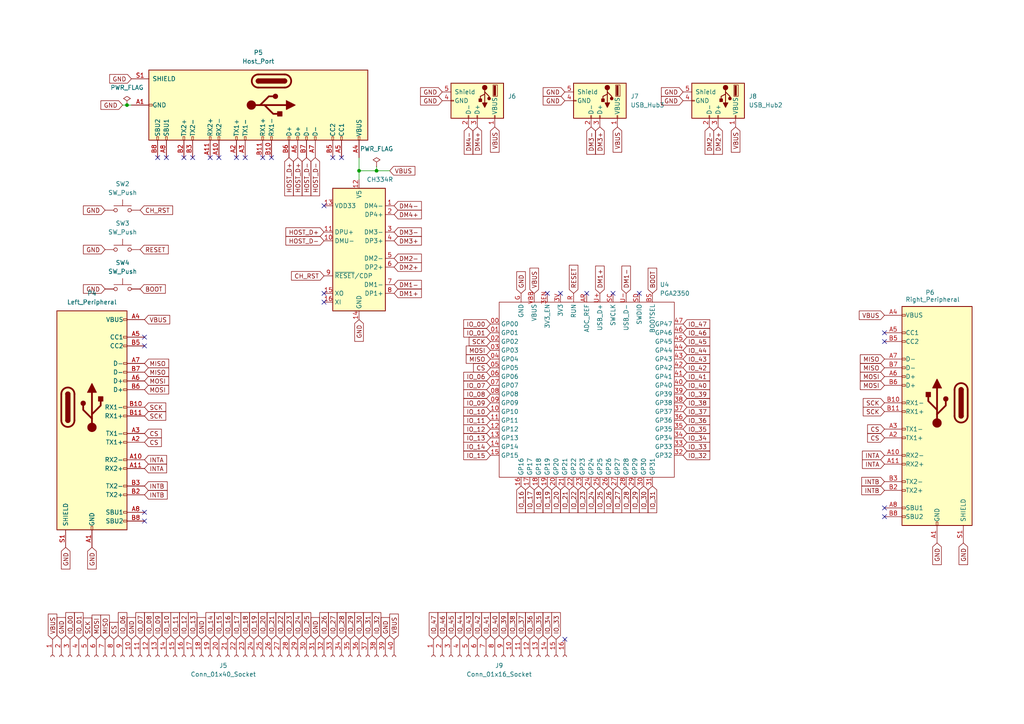
<source format=kicad_sch>
(kicad_sch (version 20250114) (generator "eeschema") (generator_version "9.0")
  (paper "A4")
  (lib_symbols
    (symbol "Connector:Conn_01x16_Socket" (pin_names (offset 1.016) (hide yes))
      (property "Reference" "J" (at 0 20.32 0))
      (property "Value" "Conn_01x16_Socket" (at 0 -22.86 0))
      (symbol "Conn_01x16_Socket_1_1"
        (polyline (pts (xy -1.27 17.78) (xy -0.508 17.78)) (stroke (width 0.1524)))
        (polyline (pts (xy -1.27 15.24) (xy -0.508 15.24)) (stroke (width 0.1524)))
        (polyline (pts (xy -1.27 12.7) (xy -0.508 12.7)) (stroke (width 0.1524)))
        (polyline (pts (xy -1.27 10.16) (xy -0.508 10.16)) (stroke (width 0.1524)))
        (polyline (pts (xy -1.27 7.62) (xy -0.508 7.62)) (stroke (width 0.1524)))
        (polyline (pts (xy -1.27 5.08) (xy -0.508 5.08)) (stroke (width 0.1524)))
        (polyline (pts (xy -1.27 2.54) (xy -0.508 2.54)) (stroke (width 0.1524)))
        (polyline (pts (xy -1.27 0) (xy -0.508 0)) (stroke (width 0.1524)))
        (polyline (pts (xy -1.27 -2.54) (xy -0.508 -2.54)) (stroke (width 0.1524)))
        (polyline (pts (xy -1.27 -5.08) (xy -0.508 -5.08)) (stroke (width 0.1524)))
        (polyline (pts (xy -1.27 -7.62) (xy -0.508 -7.62)) (stroke (width 0.1524)))
        (polyline (pts (xy -1.27 -10.16) (xy -0.508 -10.16)) (stroke (width 0.1524)))
        (polyline (pts (xy -1.27 -12.7) (xy -0.508 -12.7)) (stroke (width 0.1524)))
        (polyline (pts (xy -1.27 -15.24) (xy -0.508 -15.24)) (stroke (width 0.1524)))
        (polyline (pts (xy -1.27 -17.78) (xy -0.508 -17.78)) (stroke (width 0.1524)))
        (polyline (pts (xy -1.27 -20.32) (xy -0.508 -20.32)) (stroke (width 0.1524)))
        (arc (start 0 17.272) (mid -0.5058 17.78) (end 0 18.288) (stroke (width 0.1524)))
        (arc (start 0 14.732) (mid -0.5058 15.24) (end 0 15.748) (stroke (width 0.1524)))
        (arc (start 0 12.192) (mid -0.5058 12.7) (end 0 13.208) (stroke (width 0.1524)))
        (arc (start 0 9.652) (mid -0.5058 10.16) (end 0 10.668) (stroke (width 0.1524)))
        (arc (start 0 7.112) (mid -0.5058 7.62) (end 0 8.128) (stroke (width 0.1524)))
        (arc (start 0 4.572) (mid -0.5058 5.08) (end 0 5.588) (stroke (width 0.1524)))
        (arc (start 0 2.032) (mid -0.5058 2.54) (end 0 3.048) (stroke (width 0.1524)))
        (arc (start 0 -0.508) (mid -0.5058 0) (end 0 0.508) (stroke (width 0.1524)))
        (arc (start 0 -3.048) (mid -0.5058 -2.54) (end 0 -2.032) (stroke (width 0.1524)))
        (arc (start 0 -5.588) (mid -0.5058 -5.08) (end 0 -4.572) (stroke (width 0.1524)))
        (arc (start 0 -8.128) (mid -0.5058 -7.62) (end 0 -7.112) (stroke (width 0.1524)))
        (arc (start 0 -10.668) (mid -0.5058 -10.16) (end 0 -9.652) (stroke (width 0.1524)))
        (arc (start 0 -13.208) (mid -0.5058 -12.7) (end 0 -12.192) (stroke (width 0.1524)))
        (arc (start 0 -15.748) (mid -0.5058 -15.24) (end 0 -14.732) (stroke (width 0.1524)))
        (arc (start 0 -18.288) (mid -0.5058 -17.78) (end 0 -17.272) (stroke (width 0.1524)))
        (arc (start 0 -20.828) (mid -0.5058 -20.32) (end 0 -19.812) (stroke (width 0.1524)))
        (pin passive line (at -5.08 17.78 0) (length 3.81) (name "Pin_1") (number "1"))
        (pin passive line (at -5.08 15.24 0) (length 3.81) (name "Pin_2") (number "2"))
        (pin passive line (at -5.08 12.7 0) (length 3.81) (name "Pin_3") (number "3"))
        (pin passive line (at -5.08 10.16 0) (length 3.81) (name "Pin_4") (number "4"))
        (pin passive line (at -5.08 7.62 0) (length 3.81) (name "Pin_5") (number "5"))
        (pin passive line (at -5.08 5.08 0) (length 3.81) (name "Pin_6") (number "6"))
        (pin passive line (at -5.08 2.54 0) (length 3.81) (name "Pin_7") (number "7"))
        (pin passive line (at -5.08 0 0) (length 3.81) (name "Pin_8") (number "8"))
        (pin passive line (at -5.08 -2.54 0) (length 3.81) (name "Pin_9") (number "9"))
        (pin passive line (at -5.08 -5.08 0) (length 3.81) (name "Pin_10") (number "10"))
        (pin passive line (at -5.08 -7.62 0) (length 3.81) (name "Pin_11") (number "11"))
        (pin passive line (at -5.08 -10.16 0) (length 3.81) (name "Pin_12") (number "12"))
        (pin passive line (at -5.08 -12.7 0) (length 3.81) (name "Pin_13") (number "13"))
        (pin passive line (at -5.08 -15.24 0) (length 3.81) (name "Pin_14") (number "14"))
        (pin passive line (at -5.08 -17.78 0) (length 3.81) (name "Pin_15") (number "15"))
        (pin passive line (at -5.08 -20.32 0) (length 3.81) (name "Pin_16") (number "16"))
      )
    )
    (symbol "Connector:Conn_01x40_Socket" (pin_names (offset 1.016) (hide yes))
      (property "Reference" "J" (at 0 50.8 0))
      (property "Value" "Conn_01x40_Socket" (at 0 -53.34 0))
      (symbol "Conn_01x40_Socket_1_1"
        (polyline (pts (xy -1.27 48.26) (xy -0.508 48.26)) (stroke (width 0.1524)))
        (polyline (pts (xy -1.27 45.72) (xy -0.508 45.72)) (stroke (width 0.1524)))
        (polyline (pts (xy -1.27 43.18) (xy -0.508 43.18)) (stroke (width 0.1524)))
        (polyline (pts (xy -1.27 40.64) (xy -0.508 40.64)) (stroke (width 0.1524)))
        (polyline (pts (xy -1.27 38.1) (xy -0.508 38.1)) (stroke (width 0.1524)))
        (polyline (pts (xy -1.27 35.56) (xy -0.508 35.56)) (stroke (width 0.1524)))
        (polyline (pts (xy -1.27 33.02) (xy -0.508 33.02)) (stroke (width 0.1524)))
        (polyline (pts (xy -1.27 30.48) (xy -0.508 30.48)) (stroke (width 0.1524)))
        (polyline (pts (xy -1.27 27.94) (xy -0.508 27.94)) (stroke (width 0.1524)))
        (polyline (pts (xy -1.27 25.4) (xy -0.508 25.4)) (stroke (width 0.1524)))
        (polyline (pts (xy -1.27 22.86) (xy -0.508 22.86)) (stroke (width 0.1524)))
        (polyline (pts (xy -1.27 20.32) (xy -0.508 20.32)) (stroke (width 0.1524)))
        (polyline (pts (xy -1.27 17.78) (xy -0.508 17.78)) (stroke (width 0.1524)))
        (polyline (pts (xy -1.27 15.24) (xy -0.508 15.24)) (stroke (width 0.1524)))
        (polyline (pts (xy -1.27 12.7) (xy -0.508 12.7)) (stroke (width 0.1524)))
        (polyline (pts (xy -1.27 10.16) (xy -0.508 10.16)) (stroke (width 0.1524)))
        (polyline (pts (xy -1.27 7.62) (xy -0.508 7.62)) (stroke (width 0.1524)))
        (polyline (pts (xy -1.27 5.08) (xy -0.508 5.08)) (stroke (width 0.1524)))
        (polyline (pts (xy -1.27 2.54) (xy -0.508 2.54)) (stroke (width 0.1524)))
        (polyline (pts (xy -1.27 0) (xy -0.508 0)) (stroke (width 0.1524)))
        (polyline (pts (xy -1.27 -2.54) (xy -0.508 -2.54)) (stroke (width 0.1524)))
        (polyline (pts (xy -1.27 -5.08) (xy -0.508 -5.08)) (stroke (width 0.1524)))
        (polyline (pts (xy -1.27 -7.62) (xy -0.508 -7.62)) (stroke (width 0.1524)))
        (polyline (pts (xy -1.27 -10.16) (xy -0.508 -10.16)) (stroke (width 0.1524)))
        (polyline (pts (xy -1.27 -12.7) (xy -0.508 -12.7)) (stroke (width 0.1524)))
        (polyline (pts (xy -1.27 -15.24) (xy -0.508 -15.24)) (stroke (width 0.1524)))
        (polyline (pts (xy -1.27 -17.78) (xy -0.508 -17.78)) (stroke (width 0.1524)))
        (polyline (pts (xy -1.27 -20.32) (xy -0.508 -20.32)) (stroke (width 0.1524)))
        (polyline (pts (xy -1.27 -22.86) (xy -0.508 -22.86)) (stroke (width 0.1524)))
        (polyline (pts (xy -1.27 -25.4) (xy -0.508 -25.4)) (stroke (width 0.1524)))
        (polyline (pts (xy -1.27 -27.94) (xy -0.508 -27.94)) (stroke (width 0.1524)))
        (polyline (pts (xy -1.27 -30.48) (xy -0.508 -30.48)) (stroke (width 0.1524)))
        (polyline (pts (xy -1.27 -33.02) (xy -0.508 -33.02)) (stroke (width 0.1524)))
        (polyline (pts (xy -1.27 -35.56) (xy -0.508 -35.56)) (stroke (width 0.1524)))
        (polyline (pts (xy -1.27 -38.1) (xy -0.508 -38.1)) (stroke (width 0.1524)))
        (polyline (pts (xy -1.27 -40.64) (xy -0.508 -40.64)) (stroke (width 0.1524)))
        (polyline (pts (xy -1.27 -43.18) (xy -0.508 -43.18)) (stroke (width 0.1524)))
        (polyline (pts (xy -1.27 -45.72) (xy -0.508 -45.72)) (stroke (width 0.1524)))
        (polyline (pts (xy -1.27 -48.26) (xy -0.508 -48.26)) (stroke (width 0.1524)))
        (polyline (pts (xy -1.27 -50.8) (xy -0.508 -50.8)) (stroke (width 0.1524)))
        (arc (start 0 47.752) (mid -0.5058 48.26) (end 0 48.768) (stroke (width 0.1524)))
        (arc (start 0 45.212) (mid -0.5058 45.72) (end 0 46.228) (stroke (width 0.1524)))
        (arc (start 0 42.672) (mid -0.5058 43.18) (end 0 43.688) (stroke (width 0.1524)))
        (arc (start 0 40.132) (mid -0.5058 40.64) (end 0 41.148) (stroke (width 0.1524)))
        (arc (start 0 37.592) (mid -0.5058 38.1) (end 0 38.608) (stroke (width 0.1524)))
        (arc (start 0 35.052) (mid -0.5058 35.56) (end 0 36.068) (stroke (width 0.1524)))
        (arc (start 0 32.512) (mid -0.5058 33.02) (end 0 33.528) (stroke (width 0.1524)))
        (arc (start 0 29.972) (mid -0.5058 30.48) (end 0 30.988) (stroke (width 0.1524)))
        (arc (start 0 27.432) (mid -0.5058 27.94) (end 0 28.448) (stroke (width 0.1524)))
        (arc (start 0 24.892) (mid -0.5058 25.4) (end 0 25.908) (stroke (width 0.1524)))
        (arc (start 0 22.352) (mid -0.5058 22.86) (end 0 23.368) (stroke (width 0.1524)))
        (arc (start 0 19.812) (mid -0.5058 20.32) (end 0 20.828) (stroke (width 0.1524)))
        (arc (start 0 17.272) (mid -0.5058 17.78) (end 0 18.288) (stroke (width 0.1524)))
        (arc (start 0 14.732) (mid -0.5058 15.24) (end 0 15.748) (stroke (width 0.1524)))
        (arc (start 0 12.192) (mid -0.5058 12.7) (end 0 13.208) (stroke (width 0.1524)))
        (arc (start 0 9.652) (mid -0.5058 10.16) (end 0 10.668) (stroke (width 0.1524)))
        (arc (start 0 7.112) (mid -0.5058 7.62) (end 0 8.128) (stroke (width 0.1524)))
        (arc (start 0 4.572) (mid -0.5058 5.08) (end 0 5.588) (stroke (width 0.1524)))
        (arc (start 0 2.032) (mid -0.5058 2.54) (end 0 3.048) (stroke (width 0.1524)))
        (arc (start 0 -0.508) (mid -0.5058 0) (end 0 0.508) (stroke (width 0.1524)))
        (arc (start 0 -3.048) (mid -0.5058 -2.54) (end 0 -2.032) (stroke (width 0.1524)))
        (arc (start 0 -5.588) (mid -0.5058 -5.08) (end 0 -4.572) (stroke (width 0.1524)))
        (arc (start 0 -8.128) (mid -0.5058 -7.62) (end 0 -7.112) (stroke (width 0.1524)))
        (arc (start 0 -10.668) (mid -0.5058 -10.16) (end 0 -9.652) (stroke (width 0.1524)))
        (arc (start 0 -13.208) (mid -0.5058 -12.7) (end 0 -12.192) (stroke (width 0.1524)))
        (arc (start 0 -15.748) (mid -0.5058 -15.24) (end 0 -14.732) (stroke (width 0.1524)))
        (arc (start 0 -18.288) (mid -0.5058 -17.78) (end 0 -17.272) (stroke (width 0.1524)))
        (arc (start 0 -20.828) (mid -0.5058 -20.32) (end 0 -19.812) (stroke (width 0.1524)))
        (arc (start 0 -23.368) (mid -0.5058 -22.86) (end 0 -22.352) (stroke (width 0.1524)))
        (arc (start 0 -25.908) (mid -0.5058 -25.4) (end 0 -24.892) (stroke (width 0.1524)))
        (arc (start 0 -28.448) (mid -0.5058 -27.94) (end 0 -27.432) (stroke (width 0.1524)))
        (arc (start 0 -30.988) (mid -0.5058 -30.48) (end 0 -29.972) (stroke (width 0.1524)))
        (arc (start 0 -33.528) (mid -0.5058 -33.02) (end 0 -32.512) (stroke (width 0.1524)))
        (arc (start 0 -36.068) (mid -0.5058 -35.56) (end 0 -35.052) (stroke (width 0.1524)))
        (arc (start 0 -38.608) (mid -0.5058 -38.1) (end 0 -37.592) (stroke (width 0.1524)))
        (arc (start 0 -41.148) (mid -0.5058 -40.64) (end 0 -40.132) (stroke (width 0.1524)))
        (arc (start 0 -43.688) (mid -0.5058 -43.18) (end 0 -42.672) (stroke (width 0.1524)))
        (arc (start 0 -46.228) (mid -0.5058 -45.72) (end 0 -45.212) (stroke (width 0.1524)))
        (arc (start 0 -48.768) (mid -0.5058 -48.26) (end 0 -47.752) (stroke (width 0.1524)))
        (arc (start 0 -51.308) (mid -0.5058 -50.8) (end 0 -50.292) (stroke (width 0.1524)))
        (pin passive line (at -5.08 48.26 0) (length 3.81) (name "Pin_1") (number "1"))
        (pin passive line (at -5.08 45.72 0) (length 3.81) (name "Pin_2") (number "2"))
        (pin passive line (at -5.08 43.18 0) (length 3.81) (name "Pin_3") (number "3"))
        (pin passive line (at -5.08 40.64 0) (length 3.81) (name "Pin_4") (number "4"))
        (pin passive line (at -5.08 38.1 0) (length 3.81) (name "Pin_5") (number "5"))
        (pin passive line (at -5.08 35.56 0) (length 3.81) (name "Pin_6") (number "6"))
        (pin passive line (at -5.08 33.02 0) (length 3.81) (name "Pin_7") (number "7"))
        (pin passive line (at -5.08 30.48 0) (length 3.81) (name "Pin_8") (number "8"))
        (pin passive line (at -5.08 27.94 0) (length 3.81) (name "Pin_9") (number "9"))
        (pin passive line (at -5.08 25.4 0) (length 3.81) (name "Pin_10") (number "10"))
        (pin passive line (at -5.08 22.86 0) (length 3.81) (name "Pin_11") (number "11"))
        (pin passive line (at -5.08 20.32 0) (length 3.81) (name "Pin_12") (number "12"))
        (pin passive line (at -5.08 17.78 0) (length 3.81) (name "Pin_13") (number "13"))
        (pin passive line (at -5.08 15.24 0) (length 3.81) (name "Pin_14") (number "14"))
        (pin passive line (at -5.08 12.7 0) (length 3.81) (name "Pin_15") (number "15"))
        (pin passive line (at -5.08 10.16 0) (length 3.81) (name "Pin_16") (number "16"))
        (pin passive line (at -5.08 7.62 0) (length 3.81) (name "Pin_17") (number "17"))
        (pin passive line (at -5.08 5.08 0) (length 3.81) (name "Pin_18") (number "18"))
        (pin passive line (at -5.08 2.54 0) (length 3.81) (name "Pin_19") (number "19"))
        (pin passive line (at -5.08 0 0) (length 3.81) (name "Pin_20") (number "20"))
        (pin passive line (at -5.08 -2.54 0) (length 3.81) (name "Pin_21") (number "21"))
        (pin passive line (at -5.08 -5.08 0) (length 3.81) (name "Pin_22") (number "22"))
        (pin passive line (at -5.08 -7.62 0) (length 3.81) (name "Pin_23") (number "23"))
        (pin passive line (at -5.08 -10.16 0) (length 3.81) (name "Pin_24") (number "24"))
        (pin passive line (at -5.08 -12.7 0) (length 3.81) (name "Pin_25") (number "25"))
        (pin passive line (at -5.08 -15.24 0) (length 3.81) (name "Pin_26") (number "26"))
        (pin passive line (at -5.08 -17.78 0) (length 3.81) (name "Pin_27") (number "27"))
        (pin passive line (at -5.08 -20.32 0) (length 3.81) (name "Pin_28") (number "28"))
        (pin passive line (at -5.08 -22.86 0) (length 3.81) (name "Pin_29") (number "29"))
        (pin passive line (at -5.08 -25.4 0) (length 3.81) (name "Pin_30") (number "30"))
        (pin passive line (at -5.08 -27.94 0) (length 3.81) (name "Pin_31") (number "31"))
        (pin passive line (at -5.08 -30.48 0) (length 3.81) (name "Pin_32") (number "32"))
        (pin passive line (at -5.08 -33.02 0) (length 3.81) (name "Pin_33") (number "33"))
        (pin passive line (at -5.08 -35.56 0) (length 3.81) (name "Pin_34") (number "34"))
        (pin passive line (at -5.08 -38.1 0) (length 3.81) (name "Pin_35") (number "35"))
        (pin passive line (at -5.08 -40.64 0) (length 3.81) (name "Pin_36") (number "36"))
        (pin passive line (at -5.08 -43.18 0) (length 3.81) (name "Pin_37") (number "37"))
        (pin passive line (at -5.08 -45.72 0) (length 3.81) (name "Pin_38") (number "38"))
        (pin passive line (at -5.08 -48.26 0) (length 3.81) (name "Pin_39") (number "39"))
        (pin passive line (at -5.08 -50.8 0) (length 3.81) (name "Pin_40") (number "40"))
      )
    )
    (symbol "Connector:USB_A" (pin_names (offset 1.016))
      (property "Reference" "J" (at -5.08 11.43 0))
      (property "Value" "USB_A" (at -5.08 8.89 0))
      (symbol "USB_A_0_1"
        (rectangle (start -5.08 -7.62) (end 5.08 7.62) (stroke (width 0.254)) (fill (type background)))
        (circle (center -3.81 2.159) (radius 0.635) (stroke (width 0.254)) (fill (type outline)))
        (polyline (pts (xy -3.175 2.159) (xy -2.54 2.159) (xy -1.27 3.429) (xy -0.635 3.429)) (stroke (width 0.254)))
        (polyline (pts (xy -2.54 2.159) (xy -1.905 2.159) (xy -1.27 0.889) (xy 0 0.889)) (stroke (width 0.254)))
        (rectangle (start -1.524 4.826) (end -4.318 5.334) (fill (type outline)))
        (rectangle (start -1.27 4.572) (end -4.572 5.842))
        (circle (center -0.635 3.429) (radius 0.381) (stroke (width 0.254)) (fill (type outline)))
        (rectangle (start -0.127 -7.62) (end 0.127 -6.858))
        (rectangle (start 0.254 1.27) (end -0.508 0.508) (stroke (width 0.254)) (fill (type outline)))
        (polyline (pts (xy 0.635 2.794) (xy 0.635 1.524) (xy 1.905 2.159) (xy 0.635 2.794)) (stroke (width 0.254)) (fill (type outline)))
        (rectangle (start 5.08 4.953) (end 4.318 5.207))
        (rectangle (start 5.08 -0.127) (end 4.318 0.127))
        (rectangle (start 5.08 -2.667) (end 4.318 -2.413))
      )
      (symbol "USB_A_1_1"
        (polyline (pts (xy -1.905 2.159) (xy 0.635 2.159)) (stroke (width 0.254)))
        (pin passive line (at -2.54 -10.16 90) (length 2.54) (name "Shield") (number "5"))
        (pin power_in line (at 0 -10.16 90) (length 2.54) (name "GND") (number "4"))
        (pin power_in line (at 7.62 5.08 180) (length 2.54) (name "VBUS") (number "1"))
        (pin bidirectional line (at 7.62 0 180) (length 2.54) (name "D+") (number "3"))
        (pin bidirectional line (at 7.62 -2.54 180) (length 2.54) (name "D-") (number "2"))
      )
    )
    (symbol "Connector:USB_C_Receptacle" (pin_names (offset 1.016))
      (property "Reference" "J" (at -10.16 29.21 0))
      (property "Value" "USB_C_Receptacle" (at 10.16 29.21 0))
      (symbol "USB_C_Receptacle_0_0"
        (rectangle (start -0.254 -35.56) (end 0.254 -34.544))
        (rectangle (start 10.16 25.654) (end 9.144 25.146))
        (rectangle (start 10.16 20.574) (end 9.144 20.066))
        (rectangle (start 10.16 18.034) (end 9.144 17.526))
        (rectangle (start 10.16 12.954) (end 9.144 12.446))
        (rectangle (start 10.16 10.414) (end 9.144 9.906))
        (rectangle (start 10.16 7.874) (end 9.144 7.366))
        (rectangle (start 10.16 5.334) (end 9.144 4.826))
        (rectangle (start 10.16 0.254) (end 9.144 -0.254))
        (rectangle (start 10.16 -2.286) (end 9.144 -2.794))
        (rectangle (start 10.16 -7.366) (end 9.144 -7.874))
        (rectangle (start 10.16 -9.906) (end 9.144 -10.414))
        (rectangle (start 10.16 -14.986) (end 9.144 -15.494))
        (rectangle (start 10.16 -17.526) (end 9.144 -18.034))
        (rectangle (start 10.16 -22.606) (end 9.144 -23.114))
        (rectangle (start 10.16 -25.146) (end 9.144 -25.654))
        (rectangle (start 10.16 -30.226) (end 9.144 -30.734))
        (rectangle (start 10.16 -32.766) (end 9.144 -33.274))
      )
      (symbol "USB_C_Receptacle_0_1"
        (rectangle (start -10.16 27.94) (end 10.16 -35.56) (stroke (width 0.254)) (fill (type background)))
        (polyline (pts (xy -8.89 -3.81) (xy -8.89 3.81)) (stroke (width 0.508)))
        (rectangle (start -7.62 -3.81) (end -6.35 3.81) (stroke (width 0.254)) (fill (type outline)))
        (arc (start -7.62 3.81) (mid -6.985 4.4423) (end -6.35 3.81) (stroke (width 0.254)))
        (arc (start -7.62 3.81) (mid -6.985 4.4423) (end -6.35 3.81) (stroke (width 0.254)) (fill (type outline)))
        (arc (start -8.89 3.81) (mid -6.985 5.7067) (end -5.08 3.81) (stroke (width 0.508)))
        (arc (start -5.08 -3.81) (mid -6.985 -5.7067) (end -8.89 -3.81) (stroke (width 0.508)))
        (arc (start -6.35 -3.81) (mid -6.985 -4.4423) (end -7.62 -3.81) (stroke (width 0.254)))
        (arc (start -6.35 -3.81) (mid -6.985 -4.4423) (end -7.62 -3.81) (stroke (width 0.254)) (fill (type outline)))
        (polyline (pts (xy -5.08 3.81) (xy -5.08 -3.81)) (stroke (width 0.508)))
      )
      (symbol "USB_C_Receptacle_1_1"
        (circle (center -2.54 1.143) (radius 0.635) (stroke (width 0.254)) (fill (type outline)))
        (polyline (pts (xy -1.27 4.318) (xy 0 6.858) (xy 1.27 4.318) (xy -1.27 4.318)) (stroke (width 0.254)) (fill (type outline)))
        (polyline (pts (xy 0 -2.032) (xy 2.54 0.508) (xy 2.54 1.778)) (stroke (width 0.508)))
        (polyline (pts (xy 0 -3.302) (xy -2.54 -0.762) (xy -2.54 0.508)) (stroke (width 0.508)))
        (polyline (pts (xy 0 -5.842) (xy 0 4.318)) (stroke (width 0.508)))
        (circle (center 0 -5.842) (radius 1.27) (fill (type outline)))
        (rectangle (start 1.905 1.778) (end 3.175 3.048) (stroke (width 0.254)) (fill (type outline)))
        (pin passive line (at -7.62 -40.64 90) (length 5.08) (name "SHIELD") (number "S1"))
        (pin passive line (at 0 -40.64 90) (length 5.08) (name "GND") (number "A1"))
        (pin passive line (at 0 -40.64 90) (length 5.08) (hide yes) (name "GND") (number "A12"))
        (pin passive line (at 0 -40.64 90) (length 5.08) (hide yes) (name "GND") (number "B1"))
        (pin passive line (at 0 -40.64 90) (length 5.08) (hide yes) (name "GND") (number "B12"))
        (pin passive line (at 15.24 25.4 180) (length 5.08) (name "VBUS") (number "A4"))
        (pin passive line (at 15.24 25.4 180) (length 5.08) (hide yes) (name "VBUS") (number "A9"))
        (pin passive line (at 15.24 25.4 180) (length 5.08) (hide yes) (name "VBUS") (number "B4"))
        (pin passive line (at 15.24 25.4 180) (length 5.08) (hide yes) (name "VBUS") (number "B9"))
        (pin bidirectional line (at 15.24 20.32 180) (length 5.08) (name "CC1") (number "A5"))
        (pin bidirectional line (at 15.24 17.78 180) (length 5.08) (name "CC2") (number "B5"))
        (pin bidirectional line (at 15.24 12.7 180) (length 5.08) (name "D-") (number "A7"))
        (pin bidirectional line (at 15.24 10.16 180) (length 5.08) (name "D-") (number "B7"))
        (pin bidirectional line (at 15.24 7.62 180) (length 5.08) (name "D+") (number "A6"))
        (pin bidirectional line (at 15.24 5.08 180) (length 5.08) (name "D+") (number "B6"))
        (pin bidirectional line (at 15.24 0 180) (length 5.08) (name "RX1-") (number "B10"))
        (pin bidirectional line (at 15.24 -2.54 180) (length 5.08) (name "RX1+") (number "B11"))
        (pin bidirectional line (at 15.24 -7.62 180) (length 5.08) (name "TX1-") (number "A3"))
        (pin bidirectional line (at 15.24 -10.16 180) (length 5.08) (name "TX1+") (number "A2"))
        (pin bidirectional line (at 15.24 -15.24 180) (length 5.08) (name "RX2-") (number "A10"))
        (pin bidirectional line (at 15.24 -17.78 180) (length 5.08) (name "RX2+") (number "A11"))
        (pin bidirectional line (at 15.24 -22.86 180) (length 5.08) (name "TX2-") (number "B3"))
        (pin bidirectional line (at 15.24 -25.4 180) (length 5.08) (name "TX2+") (number "B2"))
        (pin bidirectional line (at 15.24 -30.48 180) (length 5.08) (name "SBU1") (number "A8"))
        (pin bidirectional line (at 15.24 -33.02 180) (length 5.08) (name "SBU2") (number "B8"))
      )
    )
    (symbol "Interface_USB:CH334R"
      (property "Reference" "U" (at -7.62 20.32 0))
      (property "Value" "CH334R" (at 2.54 20.32 0))
      (symbol "CH334R_0_1"
        (rectangle (start -7.62 17.78) (end 7.62 -17.78) (stroke (width 0.254)) (fill (type background)))
      )
      (symbol "CH334R_1_1"
        (pin passive line (at -10.16 12.7 0) (length 2.54) (name "VDD33") (number "13"))
        (pin bidirectional line (at -10.16 5.08 0) (length 2.54) (name "DPU+") (number "11"))
        (pin bidirectional line (at -10.16 2.54 0) (length 2.54) (name "DMU-") (number "10"))
        (pin input line (at -10.16 -7.62 0) (length 2.54) (name "~{RESET}/CDP") (number "9"))
        (pin passive line (at -10.16 -12.7 0) (length 2.54) (name "XO") (number "15"))
        (pin passive line (at -10.16 -15.24 0) (length 2.54) (name "XI") (number "16"))
        (pin power_in line (at 0 20.32 270) (length 2.54) (name "V5") (number "12"))
        (pin power_in line (at 0 -20.32 90) (length 2.54) (name "GND") (number "14"))
        (pin bidirectional line (at 10.16 12.7 180) (length 2.54) (name "DM4-") (number "1"))
        (pin bidirectional line (at 10.16 10.16 180) (length 2.54) (name "DP4+") (number "2"))
        (pin bidirectional line (at 10.16 5.08 180) (length 2.54) (name "DM3-") (number "3"))
        (pin bidirectional line (at 10.16 2.54 180) (length 2.54) (name "DP3+") (number "4"))
        (pin bidirectional line (at 10.16 -2.54 180) (length 2.54) (name "DM2-") (number "5"))
        (pin bidirectional line (at 10.16 -5.08 180) (length 2.54) (name "DP2+") (number "6"))
        (pin bidirectional line (at 10.16 -10.16 180) (length 2.54) (name "DM1-") (number "7"))
        (pin bidirectional line (at 10.16 -12.7 180) (length 2.54) (name "DP1+") (number "8"))
      )
    )
    (symbol "Switch:SW_Push" (pin_numbers (hide yes)) (pin_names (offset 1.016) (hide yes))
      (property "Reference" "SW" (at 1.27 2.54 0))
      (property "Value" "SW_Push" (at 0 -1.524 0))
      (symbol "SW_Push_0_1"
        (circle (center -2.032 0) (radius 0.508))
        (polyline (pts (xy 0 1.27) (xy 0 3.048)))
        (circle (center 2.032 0) (radius 0.508))
        (polyline (pts (xy 2.54 1.27) (xy -2.54 1.27)))
        (pin passive line (at -5.08 0 0) (length 2.54) (name "1") (number "1"))
        (pin passive line (at 5.08 0 180) (length 2.54) (name "2") (number "2"))
      )
    )
    (symbol "pga2350:pga2350"
      (property "Reference" "U" (at 0 2.54 0))
      (property "Value" "PGA2350" (at 0 0 0))
      (symbol "pga2350_0_1"
        (rectangle (start -25.4 25.4) (end 25.4 -25.4))
      )
      (symbol "pga2350_1_1"
        (pin bidirectional line (at -27.94 19.05 0) (length 2.54) (name "GP00") (number "00"))
        (pin bidirectional line (at -27.94 16.51 0) (length 2.54) (name "GP01") (number "01"))
        (pin bidirectional line (at -27.94 13.97 0) (length 2.54) (name "GP02") (number "02"))
        (pin bidirectional line (at -27.94 11.43 0) (length 2.54) (name "GP03") (number "03"))
        (pin bidirectional line (at -27.94 8.89 0) (length 2.54) (name "GP04") (number "04"))
        (pin bidirectional line (at -27.94 6.35 0) (length 2.54) (name "GP05") (number "05"))
        (pin bidirectional line (at -27.94 3.81 0) (length 2.54) (name "GP06") (number "06"))
        (pin bidirectional line (at -27.94 1.27 0) (length 2.54) (name "GP07") (number "07"))
        (pin bidirectional line (at -27.94 -1.27 0) (length 2.54) (name "GP08") (number "08"))
        (pin bidirectional line (at -27.94 -3.81 0) (length 2.54) (name "GP09") (number "09"))
        (pin bidirectional line (at -27.94 -6.35 0) (length 2.54) (name "GP10") (number "10"))
        (pin bidirectional line (at -27.94 -8.89 0) (length 2.54) (name "GP11") (number "11"))
        (pin bidirectional line (at -27.94 -11.43 0) (length 2.54) (name "GP12") (number "12"))
        (pin bidirectional line (at -27.94 -13.97 0) (length 2.54) (name "GP13") (number "13"))
        (pin bidirectional line (at -27.94 -16.51 0) (length 2.54) (name "GP14") (number "14"))
        (pin bidirectional line (at -27.94 -19.05 0) (length 2.54) (name "GP15") (number "15"))
        (pin power_in line (at -19.05 27.94 270) (length 2.54) (name "GND") (number "G"))
        (pin bidirectional line (at -19.05 -27.94 90) (length 2.54) (name "GP16") (number "16"))
        (pin bidirectional line (at -16.51 -27.94 90) (length 2.54) (name "GP17") (number "17"))
        (pin power_in line (at -15.24 27.94 270) (length 2.54) (name "VBUS") (number "VBB"))
        (pin bidirectional line (at -13.97 -27.94 90) (length 2.54) (name "GP18") (number "18"))
        (pin bidirectional line (at -11.43 27.94 270) (length 2.54) (name "3V3_EN") (number "3EN"))
        (pin bidirectional line (at -11.43 -27.94 90) (length 2.54) (name "GP19") (number "19"))
        (pin bidirectional line (at -8.89 -27.94 90) (length 2.54) (name "GP20") (number "20"))
        (pin power_out line (at -7.62 27.94 270) (length 2.54) (name "3V3") (number "3V"))
        (pin bidirectional line (at -6.35 -27.94 90) (length 2.54) (name "GP21") (number "21"))
        (pin bidirectional line (at -3.81 27.94 270) (length 2.54) (name "RUN") (number "R"))
        (pin bidirectional line (at -3.81 -27.94 90) (length 2.54) (name "GP22") (number "22"))
        (pin bidirectional line (at -1.27 -27.94 90) (length 2.54) (name "GP23") (number "23"))
        (pin bidirectional line (at 0 27.94 270) (length 2.54) (name "ADC_REF") (number "AR"))
        (pin bidirectional line (at 1.27 -27.94 90) (length 2.54) (name "GP24") (number "24"))
        (pin bidirectional line (at 3.81 27.94 270) (length 2.54) (name "USB_D+") (number "U+"))
        (pin bidirectional line (at 3.81 -27.94 90) (length 2.54) (name "GP25") (number "25"))
        (pin bidirectional line (at 6.35 -27.94 90) (length 2.54) (name "GP26") (number "26"))
        (pin bidirectional line (at 7.62 27.94 270) (length 2.54) (name "SWCLK") (number "SC"))
        (pin bidirectional line (at 8.89 -27.94 90) (length 2.54) (name "GP27") (number "27"))
        (pin bidirectional line (at 11.43 27.94 270) (length 2.54) (name "USB_D-") (number "U-"))
        (pin bidirectional line (at 11.43 -27.94 90) (length 2.54) (name "GP28") (number "28"))
        (pin bidirectional line (at 13.97 -27.94 90) (length 2.54) (name "GP29") (number "29"))
        (pin bidirectional line (at 15.24 27.94 270) (length 2.54) (name "SWDIO") (number "SD"))
        (pin bidirectional line (at 16.51 -27.94 90) (length 2.54) (name "GP30") (number "30"))
        (pin bidirectional line (at 19.05 27.94 270) (length 2.54) (name "BOOTSEL") (number "BS"))
        (pin bidirectional line (at 19.05 -27.94 90) (length 2.54) (name "GP31") (number "31"))
        (pin bidirectional line (at 27.94 19.05 180) (length 2.54) (name "GP47") (number "47"))
        (pin bidirectional line (at 27.94 16.51 180) (length 2.54) (name "GP46") (number "46"))
        (pin bidirectional line (at 27.94 13.97 180) (length 2.54) (name "GP45") (number "45"))
        (pin bidirectional line (at 27.94 11.43 180) (length 2.54) (name "GP44") (number "44"))
        (pin bidirectional line (at 27.94 8.89 180) (length 2.54) (name "GP43") (number "43"))
        (pin bidirectional line (at 27.94 6.35 180) (length 2.54) (name "GP42") (number "42"))
        (pin bidirectional line (at 27.94 3.81 180) (length 2.54) (name "GP41") (number "41"))
        (pin bidirectional line (at 27.94 1.27 180) (length 2.54) (name "GP40") (number "40"))
        (pin bidirectional line (at 27.94 -1.27 180) (length 2.54) (name "GP39") (number "39"))
        (pin bidirectional line (at 27.94 -3.81 180) (length 2.54) (name "GP38") (number "38"))
        (pin bidirectional line (at 27.94 -6.35 180) (length 2.54) (name "GP37") (number "37"))
        (pin bidirectional line (at 27.94 -8.89 180) (length 2.54) (name "GP36") (number "36"))
        (pin bidirectional line (at 27.94 -11.43 180) (length 2.54) (name "GP35") (number "35"))
        (pin bidirectional line (at 27.94 -13.97 180) (length 2.54) (name "GP34") (number "34"))
        (pin bidirectional line (at 27.94 -16.51 180) (length 2.54) (name "GP33") (number "33"))
        (pin bidirectional line (at 27.94 -19.05 180) (length 2.54) (name "GP32") (number "32"))
      )
    )
    (symbol "power:PWR_FLAG" (power) (pin_numbers (hide yes)) (pin_names (offset 0) (hide yes))
      (property "Value" "PWR_FLAG" (at 0 3.81 0))
      (symbol "PWR_FLAG_0_0"
        (pin power_out line (at 0 0 90) (length 0) (name "~") (number "1"))
      )
      (symbol "PWR_FLAG_0_1"
        (polyline (pts (xy 0 0) (xy 0 1.27) (xy -1.016 1.905) (xy 0 2.54) (xy 1.016 1.905) (xy 0 1.27)))
      )
    )
  )
  (junction (at 36.83 30.48))
  (junction (at 104.14 49.53))
  (junction (at 109.22 49.53))
  (no_connect (at 256.54 147.32))
  (no_connect (at 177.8 85.09))
  (no_connect (at 93.98 85.09))
  (no_connect (at 162.56 85.09))
  (no_connect (at 53.34 45.72))
  (no_connect (at 41.91 100.33))
  (no_connect (at 163.83 185.42))
  (no_connect (at 93.98 87.63))
  (no_connect (at 96.52 45.72))
  (no_connect (at 256.54 99.06))
  (no_connect (at 55.88 45.72))
  (no_connect (at 93.98 59.69))
  (no_connect (at 76.2 45.72))
  (no_connect (at 48.26 45.72))
  (no_connect (at 78.74 45.72))
  (no_connect (at 256.54 149.86))
  (no_connect (at 256.54 96.52))
  (no_connect (at 185.42 85.09))
  (no_connect (at 41.91 97.79))
  (no_connect (at 170.18 85.09))
  (no_connect (at 60.96 45.72))
  (no_connect (at 71.12 45.72))
  (no_connect (at 63.5 45.72))
  (no_connect (at 158.75 85.09))
  (no_connect (at 41.91 148.59))
  (no_connect (at 99.06 45.72))
  (no_connect (at 45.72 45.72))
  (no_connect (at 41.91 151.13))
  (no_connect (at 68.58 45.72))
  (wire (pts (xy 109.22 49.53) (xy 113.03 49.53)))
  (wire (pts (xy 104.14 49.53) (xy 109.22 49.53)))
  (wire (pts (xy 104.14 49.53) (xy 104.14 52.07)))
  (wire (pts (xy 36.83 30.48) (xy 38.1 30.48)))
  (wire (pts (xy 35.56 30.48) (xy 36.83 30.48)))
  (wire (pts (xy 109.22 48.26) (xy 109.22 49.53)))
  (wire (pts (xy 104.14 45.72) (xy 104.14 49.53)))
  (global_label "IO_39" (shape input) (at 198.12 114.3 0) (property "Intersheetrefs" "${INTERSHEET_REFS}" (effects (hide yes))))
  (global_label "IO_06" (shape input) (at 142.24 109.22 180) (property "Intersheetrefs" "${INTERSHEET_REFS}" (effects (hide yes))))
  (global_label "MISO" (shape input) (at 142.24 104.14 180) (property "Intersheetrefs" "${INTERSHEET_REFS}" (effects (hide yes))))
  (global_label "GND" (shape input) (at 128.27 29.21 180) (property "Intersheetrefs" "${INTERSHEET_REFS}" (effects (hide yes))))
  (global_label "IO_28" (shape input) (at 99.06 185.42 90) (property "Intersheetrefs" "${INTERSHEET_REFS}" (effects (hide yes))))
  (global_label "SCK" (shape input) (at 256.54 119.38 180) (property "Intersheetrefs" "${INTERSHEET_REFS}" (effects (hide yes))))
  (global_label "IO_26" (shape input) (at 93.98 185.42 90) (property "Intersheetrefs" "${INTERSHEET_REFS}" (effects (hide yes))))
  (global_label "SCK" (shape input) (at 142.24 99.06 180) (property "Intersheetrefs" "${INTERSHEET_REFS}" (effects (hide yes))))
  (global_label "HOST_D+" (shape input) (at 83.82 45.72 270) (property "Intersheetrefs" "${INTERSHEET_REFS}" (effects (hide yes))))
  (global_label "SCK" (shape input) (at 25.4 185.42 90) (property "Intersheetrefs" "${INTERSHEET_REFS}" (effects (hide yes))))
  (global_label "IO_19" (shape input) (at 73.66 185.42 90) (property "Intersheetrefs" "${INTERSHEET_REFS}" (effects (hide yes))))
  (global_label "DM1+" (shape input) (at 173.99 85.09 90) (property "Intersheetrefs" "${INTERSHEET_REFS}" (effects (hide yes))))
  (global_label "IO_33" (shape input) (at 161.29 185.42 90) (property "Intersheetrefs" "${INTERSHEET_REFS}" (effects (hide yes))))
  (global_label "DM1-" (shape input) (at 181.61 85.09 90) (property "Intersheetrefs" "${INTERSHEET_REFS}" (effects (hide yes))))
  (global_label "IO_35" (shape input) (at 156.21 185.42 90) (property "Intersheetrefs" "${INTERSHEET_REFS}" (effects (hide yes))))
  (global_label "DM1+" (shape input) (at 114.3 85.09 0) (property "Intersheetrefs" "${INTERSHEET_REFS}" (effects (hide yes))))
  (global_label "DM3-" (shape input) (at 171.45 36.83 270) (property "Intersheetrefs" "${INTERSHEET_REFS}" (effects (hide yes))))
  (global_label "IO_11" (shape input) (at 142.24 121.92 180) (property "Intersheetrefs" "${INTERSHEET_REFS}" (effects (hide yes))))
  (global_label "VBUS" (shape input) (at 113.03 49.53 0) (property "Intersheetrefs" "${INTERSHEET_REFS}" (effects (hide yes))))
  (global_label "MOSI" (shape input) (at 27.94 185.42 90) (property "Intersheetrefs" "${INTERSHEET_REFS}" (effects (hide yes))))
  (global_label "IO_37" (shape input) (at 151.13 185.42 90) (property "Intersheetrefs" "${INTERSHEET_REFS}" (effects (hide yes))))
  (global_label "IO_09" (shape input) (at 142.24 116.84 180) (property "Intersheetrefs" "${INTERSHEET_REFS}" (effects (hide yes))))
  (global_label "IO_16" (shape input) (at 151.13 140.97 270) (property "Intersheetrefs" "${INTERSHEET_REFS}" (effects (hide yes))))
  (global_label "DM2-" (shape input) (at 114.3 74.93 0) (property "Intersheetrefs" "${INTERSHEET_REFS}" (effects (hide yes))))
  (global_label "CS" (shape input) (at 142.24 106.68 180) (property "Intersheetrefs" "${INTERSHEET_REFS}" (effects (hide yes))))
  (global_label "IO_16" (shape input) (at 66.04 185.42 90) (property "Intersheetrefs" "${INTERSHEET_REFS}" (effects (hide yes))))
  (global_label "IO_11" (shape input) (at 50.8 185.42 90) (property "Intersheetrefs" "${INTERSHEET_REFS}" (effects (hide yes))))
  (global_label "IO_20" (shape input) (at 76.2 185.42 90) (property "Intersheetrefs" "${INTERSHEET_REFS}" (effects (hide yes))))
  (global_label "GND" (shape input) (at 163.83 29.21 180) (property "Intersheetrefs" "${INTERSHEET_REFS}" (effects (hide yes))))
  (global_label "IO_38" (shape input) (at 148.59 185.42 90) (property "Intersheetrefs" "${INTERSHEET_REFS}" (effects (hide yes))))
  (global_label "IO_29" (shape input) (at 101.6 185.42 90) (property "Intersheetrefs" "${INTERSHEET_REFS}" (effects (hide yes))))
  (global_label "DM2-" (shape input) (at 205.74 36.83 270) (property "Intersheetrefs" "${INTERSHEET_REFS}" (effects (hide yes))))
  (global_label "GND" (shape input) (at 91.44 185.42 90) (property "Intersheetrefs" "${INTERSHEET_REFS}" (effects (hide yes))))
  (global_label "MOSI" (shape input) (at 256.54 111.76 180) (property "Intersheetrefs" "${INTERSHEET_REFS}" (effects (hide yes))))
  (global_label "DM3+" (shape input) (at 114.3 69.85 0) (property "Intersheetrefs" "${INTERSHEET_REFS}" (effects (hide yes))))
  (global_label "IO_47" (shape input) (at 125.73 185.42 90) (property "Intersheetrefs" "${INTERSHEET_REFS}" (effects (hide yes))))
  (global_label "DM3+" (shape input) (at 173.99 36.83 270) (property "Intersheetrefs" "${INTERSHEET_REFS}" (effects (hide yes))))
  (global_label "VBUS" (shape input) (at 143.51 36.83 270) (property "Intersheetrefs" "${INTERSHEET_REFS}" (effects (hide yes))))
  (global_label "IO_07" (shape input) (at 40.64 185.42 90) (property "Intersheetrefs" "${INTERSHEET_REFS}" (effects (hide yes))))
  (global_label "GND" (shape input) (at 38.1 22.86 180) (property "Intersheetrefs" "${INTERSHEET_REFS}" (effects (hide yes))))
  (global_label "VBUS" (shape input) (at 15.24 185.42 90) (property "Intersheetrefs" "${INTERSHEET_REFS}" (effects (hide yes))))
  (global_label "VBUS" (shape input) (at 256.54 91.44 180) (property "Intersheetrefs" "${INTERSHEET_REFS}" (effects (hide yes))))
  (global_label "IO_08" (shape input) (at 43.18 185.42 90) (property "Intersheetrefs" "${INTERSHEET_REFS}" (effects (hide yes))))
  (global_label "IO_21" (shape input) (at 78.74 185.42 90) (property "Intersheetrefs" "${INTERSHEET_REFS}" (effects (hide yes))))
  (global_label "INTA" (shape input) (at 41.91 135.89 0) (property "Intersheetrefs" "${INTERSHEET_REFS}" (effects (hide yes))))
  (global_label "VBUS" (shape input) (at 154.94 85.09 90) (property "Intersheetrefs" "${INTERSHEET_REFS}" (effects (hide yes))))
  (global_label "GND" (shape input) (at 151.13 85.09 90) (property "Intersheetrefs" "${INTERSHEET_REFS}" (effects (hide yes))))
  (global_label "GND" (shape input) (at 35.56 30.48 180) (property "Intersheetrefs" "${INTERSHEET_REFS}" (effects (hide yes))))
  (global_label "MISO" (shape input) (at 256.54 104.14 180) (property "Intersheetrefs" "${INTERSHEET_REFS}" (effects (hide yes))))
  (global_label "RESET" (shape input) (at 166.37 85.09 90) (property "Intersheetrefs" "${INTERSHEET_REFS}" (effects (hide yes))))
  (global_label "CH_RST" (shape input) (at 40.64 60.96 0) (property "Intersheetrefs" "${INTERSHEET_REFS}" (effects (hide yes))))
  (global_label "GND" (shape input) (at 17.78 185.42 90) (property "Intersheetrefs" "${INTERSHEET_REFS}" (effects (hide yes))))
  (global_label "BOOT" (shape input) (at 189.23 85.09 90) (property "Intersheetrefs" "${INTERSHEET_REFS}" (effects (hide yes))))
  (global_label "INTA" (shape input) (at 256.54 134.62 180) (property "Intersheetrefs" "${INTERSHEET_REFS}" (effects (hide yes))))
  (global_label "IO_23" (shape input) (at 83.82 185.42 90) (property "Intersheetrefs" "${INTERSHEET_REFS}" (effects (hide yes))))
  (global_label "IO_41" (shape input) (at 140.97 185.42 90) (property "Intersheetrefs" "${INTERSHEET_REFS}" (effects (hide yes))))
  (global_label "IO_44" (shape input) (at 198.12 101.6 0) (property "Intersheetrefs" "${INTERSHEET_REFS}" (effects (hide yes))))
  (global_label "HOST_D+" (shape input) (at 93.98 67.31 180) (property "Intersheetrefs" "${INTERSHEET_REFS}" (effects (hide yes))))
  (global_label "IO_43" (shape input) (at 135.89 185.42 90) (property "Intersheetrefs" "${INTERSHEET_REFS}" (effects (hide yes))))
  (global_label "IO_36" (shape input) (at 198.12 121.92 0) (property "Intersheetrefs" "${INTERSHEET_REFS}" (effects (hide yes))))
  (global_label "IO_24" (shape input) (at 86.36 185.42 90) (property "Intersheetrefs" "${INTERSHEET_REFS}" (effects (hide yes))))
  (global_label "GND" (shape input) (at 30.48 72.39 180) (property "Intersheetrefs" "${INTERSHEET_REFS}" (effects (hide yes))))
  (global_label "IO_34" (shape input) (at 158.75 185.42 90) (property "Intersheetrefs" "${INTERSHEET_REFS}" (effects (hide yes))))
  (global_label "IO_12" (shape input) (at 53.34 185.42 90) (property "Intersheetrefs" "${INTERSHEET_REFS}" (effects (hide yes))))
  (global_label "HOST_D-" (shape input) (at 93.98 69.85 180) (property "Intersheetrefs" "${INTERSHEET_REFS}" (effects (hide yes))))
  (global_label "DM2+" (shape input) (at 208.28 36.83 270) (property "Intersheetrefs" "${INTERSHEET_REFS}" (effects (hide yes))))
  (global_label "IO_30" (shape input) (at 104.14 185.42 90) (property "Intersheetrefs" "${INTERSHEET_REFS}" (effects (hide yes))))
  (global_label "DM4-" (shape input) (at 135.89 36.83 270) (property "Intersheetrefs" "${INTERSHEET_REFS}" (effects (hide yes))))
  (global_label "IO_45" (shape input) (at 198.12 99.06 0) (property "Intersheetrefs" "${INTERSHEET_REFS}" (effects (hide yes))))
  (global_label "GND" (shape input) (at 198.12 29.21 180) (property "Intersheetrefs" "${INTERSHEET_REFS}" (effects (hide yes))))
  (global_label "IO_22" (shape input) (at 81.28 185.42 90) (property "Intersheetrefs" "${INTERSHEET_REFS}" (effects (hide yes))))
  (global_label "IO_42" (shape input) (at 198.12 106.68 0) (property "Intersheetrefs" "${INTERSHEET_REFS}" (effects (hide yes))))
  (global_label "IO_12" (shape input) (at 142.24 124.46 180) (property "Intersheetrefs" "${INTERSHEET_REFS}" (effects (hide yes))))
  (global_label "IO_45" (shape input) (at 130.81 185.42 90) (property "Intersheetrefs" "${INTERSHEET_REFS}" (effects (hide yes))))
  (global_label "IO_15" (shape input) (at 142.24 132.08 180) (property "Intersheetrefs" "${INTERSHEET_REFS}" (effects (hide yes))))
  (global_label "IO_37" (shape input) (at 198.12 119.38 0) (property "Intersheetrefs" "${INTERSHEET_REFS}" (effects (hide yes))))
  (global_label "HOST_D-" (shape input) (at 88.9 45.72 270) (property "Intersheetrefs" "${INTERSHEET_REFS}" (effects (hide yes))))
  (global_label "INTB" (shape input) (at 256.54 142.24 180) (property "Intersheetrefs" "${INTERSHEET_REFS}" (effects (hide yes))))
  (global_label "VBUS" (shape input) (at 213.36 36.83 270) (property "Intersheetrefs" "${INTERSHEET_REFS}" (effects (hide yes))))
  (global_label "MOSI" (shape input) (at 256.54 109.22 180) (property "Intersheetrefs" "${INTERSHEET_REFS}" (effects (hide yes))))
  (global_label "IO_15" (shape input) (at 63.5 185.42 90) (property "Intersheetrefs" "${INTERSHEET_REFS}" (effects (hide yes))))
  (global_label "IO_40" (shape input) (at 198.12 111.76 0) (property "Intersheetrefs" "${INTERSHEET_REFS}" (effects (hide yes))))
  (global_label "MOSI" (shape input) (at 142.24 101.6 180) (property "Intersheetrefs" "${INTERSHEET_REFS}" (effects (hide yes))))
  (global_label "IO_01" (shape input) (at 22.86 185.42 90) (property "Intersheetrefs" "${INTERSHEET_REFS}" (effects (hide yes))))
  (global_label "MISO" (shape input) (at 256.54 106.68 180) (property "Intersheetrefs" "${INTERSHEET_REFS}" (effects (hide yes))))
  (global_label "IO_42" (shape input) (at 138.43 185.42 90) (property "Intersheetrefs" "${INTERSHEET_REFS}" (effects (hide yes))))
  (global_label "HOST_D-" (shape input) (at 91.44 45.72 270) (property "Intersheetrefs" "${INTERSHEET_REFS}" (effects (hide yes))))
  (global_label "IO_33" (shape input) (at 198.12 129.54 0) (property "Intersheetrefs" "${INTERSHEET_REFS}" (effects (hide yes))))
  (global_label "IO_32" (shape input) (at 198.12 132.08 0) (property "Intersheetrefs" "${INTERSHEET_REFS}" (effects (hide yes))))
  (global_label "GND" (shape input) (at 30.48 60.96 180) (property "Intersheetrefs" "${INTERSHEET_REFS}" (effects (hide yes))))
  (global_label "IO_44" (shape input) (at 133.35 185.42 90) (property "Intersheetrefs" "${INTERSHEET_REFS}" (effects (hide yes))))
  (global_label "IO_28" (shape input) (at 181.61 140.97 270) (property "Intersheetrefs" "${INTERSHEET_REFS}" (effects (hide yes))))
  (global_label "IO_46" (shape input) (at 128.27 185.42 90) (property "Intersheetrefs" "${INTERSHEET_REFS}" (effects (hide yes))))
  (global_label "IO_31" (shape input) (at 106.68 185.42 90) (property "Intersheetrefs" "${INTERSHEET_REFS}" (effects (hide yes))))
  (global_label "CS" (shape input) (at 33.02 185.42 90) (property "Intersheetrefs" "${INTERSHEET_REFS}" (effects (hide yes))))
  (global_label "IO_25" (shape input) (at 173.99 140.97 270) (property "Intersheetrefs" "${INTERSHEET_REFS}" (effects (hide yes))))
  (global_label "MISO" (shape input) (at 41.91 105.41 0) (property "Intersheetrefs" "${INTERSHEET_REFS}" (effects (hide yes))))
  (global_label "GND" (shape input) (at 38.1 185.42 90) (property "Intersheetrefs" "${INTERSHEET_REFS}" (effects (hide yes))))
  (global_label "RESET" (shape input) (at 40.64 72.39 0) (property "Intersheetrefs" "${INTERSHEET_REFS}" (effects (hide yes))))
  (global_label "VBUS" (shape input) (at 41.91 92.71 0) (property "Intersheetrefs" "${INTERSHEET_REFS}" (effects (hide yes))))
  (global_label "IO_17" (shape input) (at 153.67 140.97 270) (property "Intersheetrefs" "${INTERSHEET_REFS}" (effects (hide yes))))
  (global_label "IO_22" (shape input) (at 166.37 140.97 270) (property "Intersheetrefs" "${INTERSHEET_REFS}" (effects (hide yes))))
  (global_label "IO_26" (shape input) (at 176.53 140.97 270) (property "Intersheetrefs" "${INTERSHEET_REFS}" (effects (hide yes))))
  (global_label "GND" (shape input) (at 128.27 26.67 180) (property "Intersheetrefs" "${INTERSHEET_REFS}" (effects (hide yes))))
  (global_label "MOSI" (shape input) (at 41.91 113.03 0) (property "Intersheetrefs" "${INTERSHEET_REFS}" (effects (hide yes))))
  (global_label "CS" (shape input) (at 256.54 124.46 180) (property "Intersheetrefs" "${INTERSHEET_REFS}" (effects (hide yes))))
  (global_label "IO_01" (shape input) (at 142.24 96.52 180) (property "Intersheetrefs" "${INTERSHEET_REFS}" (effects (hide yes))))
  (global_label "IO_00" (shape input) (at 20.32 185.42 90) (property "Intersheetrefs" "${INTERSHEET_REFS}" (effects (hide yes))))
  (global_label "IO_24" (shape input) (at 171.45 140.97 270) (property "Intersheetrefs" "${INTERSHEET_REFS}" (effects (hide yes))))
  (global_label "GND" (shape input) (at 26.67 158.75 270) (property "Intersheetrefs" "${INTERSHEET_REFS}" (effects (hide yes))))
  (global_label "DM1-" (shape input) (at 114.3 82.55 0) (property "Intersheetrefs" "${INTERSHEET_REFS}" (effects (hide yes))))
  (global_label "GND" (shape input) (at 30.48 83.82 180) (property "Intersheetrefs" "${INTERSHEET_REFS}" (effects (hide yes))))
  (global_label "IO_14" (shape input) (at 142.24 129.54 180) (property "Intersheetrefs" "${INTERSHEET_REFS}" (effects (hide yes))))
  (global_label "IO_35" (shape input) (at 198.12 124.46 0) (property "Intersheetrefs" "${INTERSHEET_REFS}" (effects (hide yes))))
  (global_label "DM3-" (shape input) (at 114.3 67.31 0) (property "Intersheetrefs" "${INTERSHEET_REFS}" (effects (hide yes))))
  (global_label "DM2+" (shape input) (at 114.3 77.47 0) (property "Intersheetrefs" "${INTERSHEET_REFS}" (effects (hide yes))))
  (global_label "IO_13" (shape input) (at 142.24 127 180) (property "Intersheetrefs" "${INTERSHEET_REFS}" (effects (hide yes))))
  (global_label "GND" (shape input) (at 19.05 158.75 270) (property "Intersheetrefs" "${INTERSHEET_REFS}" (effects (hide yes))))
  (global_label "GND" (shape input) (at 58.42 185.42 90) (property "Intersheetrefs" "${INTERSHEET_REFS}" (effects (hide yes))))
  (global_label "SCK" (shape input) (at 41.91 118.11 0) (property "Intersheetrefs" "${INTERSHEET_REFS}" (effects (hide yes))))
  (global_label "GND" (shape input) (at 279.4 157.48 270) (property "Intersheetrefs" "${INTERSHEET_REFS}" (effects (hide yes))))
  (global_label "GND" (shape input) (at 271.78 157.48 270) (property "Intersheetrefs" "${INTERSHEET_REFS}" (effects (hide yes))))
  (global_label "IO_20" (shape input) (at 161.29 140.97 270) (property "Intersheetrefs" "${INTERSHEET_REFS}" (effects (hide yes))))
  (global_label "HOST_D+" (shape input) (at 86.36 45.72 270) (property "Intersheetrefs" "${INTERSHEET_REFS}" (effects (hide yes))))
  (global_label "MISO" (shape input) (at 30.48 185.42 90) (property "Intersheetrefs" "${INTERSHEET_REFS}" (effects (hide yes))))
  (global_label "CS" (shape input) (at 41.91 125.73 0) (property "Intersheetrefs" "${INTERSHEET_REFS}" (effects (hide yes))))
  (global_label "IO_13" (shape input) (at 55.88 185.42 90) (property "Intersheetrefs" "${INTERSHEET_REFS}" (effects (hide yes))))
  (global_label "IO_00" (shape input) (at 142.24 93.98 180) (property "Intersheetrefs" "${INTERSHEET_REFS}" (effects (hide yes))))
  (global_label "IO_07" (shape input) (at 142.24 111.76 180) (property "Intersheetrefs" "${INTERSHEET_REFS}" (effects (hide yes))))
  (global_label "MOSI" (shape input) (at 41.91 110.49 0) (property "Intersheetrefs" "${INTERSHEET_REFS}" (effects (hide yes))))
  (global_label "INTA" (shape input) (at 256.54 132.08 180) (property "Intersheetrefs" "${INTERSHEET_REFS}" (effects (hide yes))))
  (global_label "IO_34" (shape input) (at 198.12 127 0) (property "Intersheetrefs" "${INTERSHEET_REFS}" (effects (hide yes))))
  (global_label "INTB" (shape input) (at 41.91 140.97 0) (property "Intersheetrefs" "${INTERSHEET_REFS}" (effects (hide yes))))
  (global_label "SCK" (shape input) (at 256.54 116.84 180) (property "Intersheetrefs" "${INTERSHEET_REFS}" (effects (hide yes))))
  (global_label "INTB" (shape input) (at 256.54 139.7 180) (property "Intersheetrefs" "${INTERSHEET_REFS}" (effects (hide yes))))
  (global_label "IO_46" (shape input) (at 198.12 96.52 0) (property "Intersheetrefs" "${INTERSHEET_REFS}" (effects (hide yes))))
  (global_label "IO_41" (shape input) (at 198.12 109.22 0) (property "Intersheetrefs" "${INTERSHEET_REFS}" (effects (hide yes))))
  (global_label "IO_47" (shape input) (at 198.12 93.98 0) (property "Intersheetrefs" "${INTERSHEET_REFS}" (effects (hide yes))))
  (global_label "INTB" (shape input) (at 41.91 143.51 0) (property "Intersheetrefs" "${INTERSHEET_REFS}" (effects (hide yes))))
  (global_label "DM4+" (shape input) (at 114.3 62.23 0) (property "Intersheetrefs" "${INTERSHEET_REFS}" (effects (hide yes))))
  (global_label "SCK" (shape input) (at 41.91 120.65 0) (property "Intersheetrefs" "${INTERSHEET_REFS}" (effects (hide yes))))
  (global_label "IO_25" (shape input) (at 88.9 185.42 90) (property "Intersheetrefs" "${INTERSHEET_REFS}" (effects (hide yes))))
  (global_label "IO_06" (shape input) (at 35.56 185.42 90) (property "Intersheetrefs" "${INTERSHEET_REFS}" (effects (hide yes))))
  (global_label "GND" (shape input) (at 163.83 26.67 180) (property "Intersheetrefs" "${INTERSHEET_REFS}" (effects (hide yes))))
  (global_label "DM4+" (shape input) (at 138.43 36.83 270) (property "Intersheetrefs" "${INTERSHEET_REFS}" (effects (hide yes))))
  (global_label "IO_27" (shape input) (at 96.52 185.42 90) (property "Intersheetrefs" "${INTERSHEET_REFS}" (effects (hide yes))))
  (global_label "VBUS" (shape input) (at 179.07 36.83 270) (property "Intersheetrefs" "${INTERSHEET_REFS}" (effects (hide yes))))
  (global_label "IO_43" (shape input) (at 198.12 104.14 0) (property "Intersheetrefs" "${INTERSHEET_REFS}" (effects (hide yes))))
  (global_label "IO_18" (shape input) (at 71.12 185.42 90) (property "Intersheetrefs" "${INTERSHEET_REFS}" (effects (hide yes))))
  (global_label "CS" (shape input) (at 41.91 128.27 0) (property "Intersheetrefs" "${INTERSHEET_REFS}" (effects (hide yes))))
  (global_label "IO_31" (shape input) (at 189.23 140.97 270) (property "Intersheetrefs" "${INTERSHEET_REFS}" (effects (hide yes))))
  (global_label "BOOT" (shape input) (at 40.64 83.82 0) (property "Intersheetrefs" "${INTERSHEET_REFS}" (effects (hide yes))))
  (global_label "IO_23" (shape input) (at 168.91 140.97 270) (property "Intersheetrefs" "${INTERSHEET_REFS}" (effects (hide yes))))
  (global_label "IO_17" (shape input) (at 68.58 185.42 90) (property "Intersheetrefs" "${INTERSHEET_REFS}" (effects (hide yes))))
  (global_label "IO_39" (shape input) (at 146.05 185.42 90) (property "Intersheetrefs" "${INTERSHEET_REFS}" (effects (hide yes))))
  (global_label "IO_38" (shape input) (at 198.12 116.84 0) (property "Intersheetrefs" "${INTERSHEET_REFS}" (effects (hide yes))))
  (global_label "VBUS" (shape input) (at 114.3 185.42 90) (property "Intersheetrefs" "${INTERSHEET_REFS}" (effects (hide yes))))
  (global_label "GND" (shape input) (at 198.12 26.67 180) (property "Intersheetrefs" "${INTERSHEET_REFS}" (effects (hide yes))))
  (global_label "IO_32" (shape input) (at 109.22 185.42 90) (property "Intersheetrefs" "${INTERSHEET_REFS}" (effects (hide yes))))
  (global_label "INTA" (shape input) (at 41.91 133.35 0) (property "Intersheetrefs" "${INTERSHEET_REFS}" (effects (hide yes))))
  (global_label "GND" (shape input) (at 111.76 185.42 90) (property "Intersheetrefs" "${INTERSHEET_REFS}" (effects (hide yes))))
  (global_label "GND" (shape input) (at 104.14 92.71 270) (property "Intersheetrefs" "${INTERSHEET_REFS}" (effects (hide yes))))
  (global_label "MISO" (shape input) (at 41.91 107.95 0) (property "Intersheetrefs" "${INTERSHEET_REFS}" (effects (hide yes))))
  (global_label "IO_21" (shape input) (at 163.83 140.97 270) (property "Intersheetrefs" "${INTERSHEET_REFS}" (effects (hide yes))))
  (global_label "DM4-" (shape input) (at 114.3 59.69 0) (property "Intersheetrefs" "${INTERSHEET_REFS}" (effects (hide yes))))
  (global_label "IO_19" (shape input) (at 158.75 140.97 270) (property "Intersheetrefs" "${INTERSHEET_REFS}" (effects (hide yes))))
  (global_label "IO_30" (shape input) (at 186.69 140.97 270) (property "Intersheetrefs" "${INTERSHEET_REFS}" (effects (hide yes))))
  (global_label "IO_29" (shape input) (at 184.15 140.97 270) (property "Intersheetrefs" "${INTERSHEET_REFS}" (effects (hide yes))))
  (global_label "IO_27" (shape input) (at 179.07 140.97 270) (property "Intersheetrefs" "${INTERSHEET_REFS}" (effects (hide yes))))
  (global_label "IO_10" (shape input) (at 48.26 185.42 90) (property "Intersheetrefs" "${INTERSHEET_REFS}" (effects (hide yes))))
  (global_label "IO_08" (shape input) (at 142.24 114.3 180) (property "Intersheetrefs" "${INTERSHEET_REFS}" (effects (hide yes))))
  (global_label "IO_36" (shape input) (at 153.67 185.42 90) (property "Intersheetrefs" "${INTERSHEET_REFS}" (effects (hide yes))))
  (global_label "IO_10" (shape input) (at 142.24 119.38 180) (property "Intersheetrefs" "${INTERSHEET_REFS}" (effects (hide yes))))
  (global_label "IO_18" (shape input) (at 156.21 140.97 270) (property "Intersheetrefs" "${INTERSHEET_REFS}" (effects (hide yes))))
  (global_label "CH_RST" (shape input) (at 93.98 80.01 180) (property "Intersheetrefs" "${INTERSHEET_REFS}" (effects (hide yes))))
  (global_label "IO_14" (shape input) (at 60.96 185.42 90) (property "Intersheetrefs" "${INTERSHEET_REFS}" (effects (hide yes))))
  (global_label "IO_40" (shape input) (at 143.51 185.42 90) (property "Intersheetrefs" "${INTERSHEET_REFS}" (effects (hide yes))))
  (global_label "CS" (shape input) (at 256.54 127 180) (property "Intersheetrefs" "${INTERSHEET_REFS}" (effects (hide yes))))
  (global_label "IO_09" (shape input) (at 45.72 185.42 90) (property "Intersheetrefs" "${INTERSHEET_REFS}" (effects (hide yes))))
  (symbol (lib_id "Switch:SW_Push") (at 35.56 60.96 0) (unit 1)
    (property "Reference" "SW2" (at 35.56 53.34 0))
    (property "Value" "SW_Push" (at 35.56 55.88 0))
    (property "Footprint" "Button_Switch_SMD:SW_SPST_EVPBF" (effects (hide yes)))
    (property "Description" "Push button switch, generic, two pins" (effects (hide yes)))
  )
  (symbol (lib_id "Connector:USB_A") (at 208.28 29.21 270) (unit 1)
    (property "Reference" "J8" (at 217.17 27.9399 90) (effects (justify left)))
    (property "Value" "USB_Hub2" (at 217.17 30.4799 90) (effects (justify left)))
    (property "Footprint" "Connector_USB:USB_A_Molex_67643_Horizontal" (effects (hide yes)))
    (property "Description" "USB Type A connector" (effects (hide yes)))
  )
  (symbol (lib_id "Connector:USB_C_Receptacle") (at 271.78 116.84 0) (mirror y) (unit 1)
    (property "Reference" "P6" (at 269.748 84.836 0))
    (property "Value" "Right_Peripheral" (at 270.51 86.868 0))
    (property "Footprint" "Connector_USB:USB_C_Receptacle_GCT_USB4085" (effects (hide yes)))
    (property "Datasheet" "https://www.usb.org/sites/default/files/documents/usb_type-c.zip" (effects (hide yes)))
    (property "Description" "USB Full-Featured Type-C Receptacle connector" (effects (hide yes)))
  )
  (symbol (lib_id "Switch:SW_Push") (at 35.56 72.39 0) (unit 1)
    (property "Reference" "SW3" (at 35.56 64.77 0))
    (property "Value" "SW_Push" (at 35.56 67.31 0))
    (property "Footprint" "Button_Switch_SMD:SW_SPST_EVPBF" (effects (hide yes)))
    (property "Description" "Push button switch, generic, two pins" (effects (hide yes)))
  )
  (symbol (lib_id "power:PWR_FLAG") (at 109.22 48.26 0) (unit 1)
    (property "Reference" "#FLG04" (effects (hide yes)))
    (property "Value" "PWR_FLAG" (at 109.22 43.18 0))
    (property "Description" "Special symbol for telling ERC where power comes from" (effects (hide yes)))
  )
  (symbol (lib_id "power:PWR_FLAG") (at 36.83 30.48 0) (unit 1)
    (property "Reference" "#FLG03" (effects (hide yes)))
    (property "Value" "PWR_FLAG" (at 36.83 25.4 0))
    (property "Description" "Special symbol for telling ERC where power comes from" (effects (hide yes)))
  )
  (symbol (lib_id "Connector:USB_A") (at 173.99 29.21 270) (unit 1)
    (property "Reference" "J7" (at 182.88 27.9399 90) (effects (justify left)))
    (property "Value" "USB_Hub3" (at 182.88 30.4799 90) (effects (justify left)))
    (property "Footprint" "Connector_USB:USB_A_Molex_67643_Horizontal" (effects (hide yes)))
    (property "Description" "USB Type A connector" (effects (hide yes)))
  )
  (symbol (lib_id "Connector:Conn_01x40_Socket") (at 63.5 190.5 90) (mirror x) (unit 1)
    (property "Reference" "J5" (at 64.77 193.04 90))
    (property "Value" "Conn_01x40_Socket" (at 64.77 195.58 90))
    (property "Footprint" "Connector_PinHeader_2.54mm:PinHeader_1x40_P2.54mm_Vertical" (effects (hide yes)))
    (property "Description" "Generic connector, single row, 01x40, script generated" (effects (hide yes)))
  )
  (symbol (lib_id "Connector:USB_A") (at 138.43 29.21 270) (unit 1)
    (property "Reference" "J6" (at 147.32 27.9399 90) (effects (justify left)))
    (property "Value" "USB_Hub4_FDD" (effects (hide yes)))
    (property "Footprint" "Connector_USB:USB_A_Molex_67643_Horizontal" (effects (hide yes)))
    (property "Description" "USB Type A connector" (effects (hide yes)))
  )
  (symbol (lib_id "Connector:USB_C_Receptacle") (at 78.74 30.48 270) (unit 1)
    (property "Reference" "P5" (at 74.93 15.24 90))
    (property "Value" "Host_Port" (at 74.93 17.78 90))
    (property "Footprint" "Connector_USB:USB_C_Receptacle_GCT_USB4085" (effects (hide yes)))
    (property "Datasheet" "https://www.usb.org/sites/default/files/documents/usb_type-c.zip" (effects (hide yes)))
    (property "Description" "USB Full-Featured Type-C Receptacle connector" (effects (hide yes)))
  )
  (symbol (lib_id "Switch:SW_Push") (at 35.56 83.82 0) (unit 1)
    (property "Reference" "SW4" (at 35.56 76.2 0))
    (property "Value" "SW_Push" (at 35.56 78.74 0))
    (property "Footprint" "Button_Switch_SMD:SW_SPST_EVPBF" (effects (hide yes)))
    (property "Description" "Push button switch, generic, two pins" (effects (hide yes)))
  )
  (symbol (lib_id "Connector:Conn_01x16_Socket") (at 143.51 190.5 90) (mirror x) (unit 1)
    (property "Reference" "J9" (at 144.78 193.04 90))
    (property "Value" "Conn_01x16_Socket" (at 144.78 195.58 90))
    (property "Description" "Generic connector, single row, 01x16, script generated" (effects (hide yes)))
  )
  (symbol (lib_id "pga2350:pga2350") (at 170.18 113.03 0) (unit 1)
    (property "Reference" "U4" (at 191.3733 82.55 0) (effects (justify left)))
    (property "Value" "PGA2350" (at 191.3733 85.09 0) (effects (justify left)))
    (property "Description" "Pimoroni PGA2350" (effects (hide yes)))
  )
  (symbol (lib_id "Connector:USB_C_Receptacle") (at 26.67 118.11 0) (unit 1)
    (property "Reference" "P4" (at 26.67 85.09 0))
    (property "Value" "Left_Peripheral" (at 26.67 87.63 0))
    (property "Footprint" "Connector_USB:USB_C_Receptacle_GCT_USB4085" (effects (hide yes)))
    (property "Datasheet" "https://www.usb.org/sites/default/files/documents/usb_type-c.zip" (effects (hide yes)))
    (property "Description" "USB Full-Featured Type-C Receptacle connector" (effects (hide yes)))
  )
  (symbol (lib_id "Interface_USB:CH334R") (at 104.14 72.39 0) (unit 1)
    (property "Reference" "U5" (effects (hide yes)))
    (property "Value" "CH334R" (at 106.3341 52.07 0) (effects (justify left)))
    (property "Footprint" "Package_SO:QSOP-16_3.9x4.9mm_P0.635mm" (effects (hide yes)))
    (property "Datasheet" "https://www.wch-ic.com/downloads/file/327.html" (effects (hide yes)))
    (property "Description" "USB HUB controller, UART, QSOP-16" (effects (hide yes)))
  )
)
</source>
